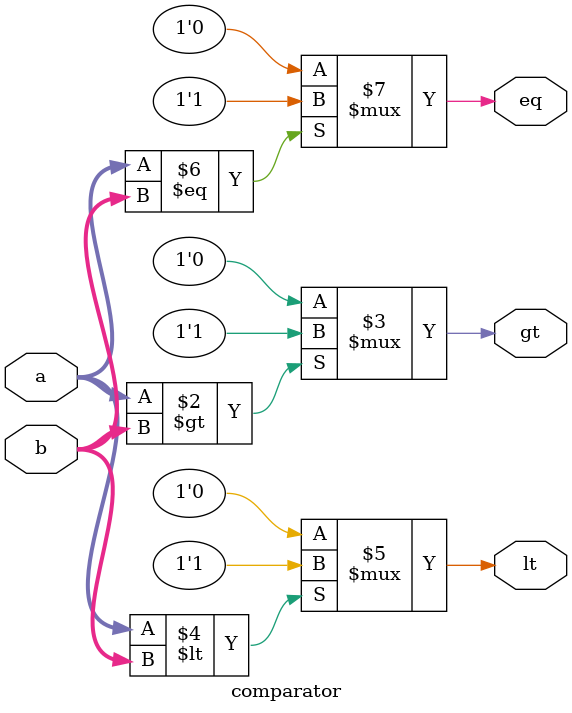
<source format=v>
module comparator #(
		parameter N = 4,
		parameter SIGNED = 0
	)
	(
		input [N-1:0] a,
		input [N-1:0] b,
		output reg gt,
		output reg lt,
		output reg eq
	);
	always @(*) begin
		if (SIGNED) begin
			if ( a[N-1] ^ b[N-1] ) begin
				if(a[N-1]) begin
					gt = 1'b0;
					lt = 1'b1;
					eq = 1'b0;
				end
				else begin
					gt = 1'b1;
					lt = 1'b0;
					eq = 1'b0;
				end
			end
			else begin
				gt = (a>b) ? 1'b1 : 1'b0;
				lt = (a<b) ? 1'b1 : 1'b0;
				eq = (a==b) ? 1'b1 : 1'b0;
			end
		end
		else begin
			gt = (a>b) ? 1'b1 : 1'b0;
			lt = (a<b) ? 1'b1 : 1'b0;
			eq = (a==b) ? 1'b1 : 1'b0;
		end
	end
endmodule

</source>
